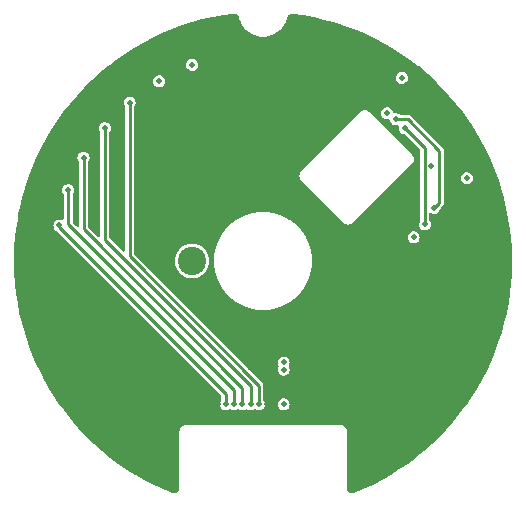
<source format=gbr>
%TF.GenerationSoftware,KiCad,Pcbnew,9.0.1*%
%TF.CreationDate,2025-04-26T02:16:23+02:00*%
%TF.ProjectId,view_screen,76696577-5f73-4637-9265-656e2e6b6963,0.1.0*%
%TF.SameCoordinates,Original*%
%TF.FileFunction,Copper,L1,Top*%
%TF.FilePolarity,Positive*%
%FSLAX46Y46*%
G04 Gerber Fmt 4.6, Leading zero omitted, Abs format (unit mm)*
G04 Created by KiCad (PCBNEW 9.0.1) date 2025-04-26 02:16:23*
%MOMM*%
%LPD*%
G01*
G04 APERTURE LIST*
%TA.AperFunction,ComponentPad*%
%ADD10C,2.400000*%
%TD*%
%TA.AperFunction,ViaPad*%
%ADD11C,0.500000*%
%TD*%
%TA.AperFunction,Conductor*%
%ADD12C,0.250000*%
%TD*%
G04 APERTURE END LIST*
D10*
%TO.P,H1,1,1*%
%TO.N,unconnected-(H1-Pad1)*%
X94000000Y-100000000D03*
%TD*%
D11*
%TO.N,GND*%
X111400000Y-114900000D03*
X109250000Y-86250000D03*
X116059510Y-110512936D03*
X115400000Y-104900000D03*
X101050000Y-112150000D03*
X109750000Y-86750000D03*
X96900000Y-82700000D03*
X96150000Y-112150000D03*
X100350000Y-112150000D03*
X104400000Y-110900000D03*
X110100000Y-115800000D03*
%TO.N,/VDD*%
X101750000Y-112150000D03*
X101750000Y-109200000D03*
X94000000Y-83400000D03*
X111750000Y-84500000D03*
X101750000Y-108600000D03*
%TO.N,/DC*%
X99650000Y-112150000D03*
X88700000Y-86600000D03*
%TO.N,/BACKLIGHT_EN*%
X114250000Y-92000000D03*
X117250000Y-93000000D03*
X91200000Y-84800000D03*
%TO.N,/nRESET*%
X96850000Y-112150000D03*
X112750000Y-98000000D03*
X110500000Y-87500000D03*
X82750000Y-97000000D03*
%TO.N,/MOSI*%
X113700000Y-96900000D03*
X112000000Y-88750000D03*
X97550000Y-112150000D03*
X83500000Y-94000000D03*
%TO.N,/SCK*%
X84800000Y-91250000D03*
X114500000Y-95500000D03*
X98250000Y-112150000D03*
X111250000Y-88000000D03*
%TO.N,/nCS*%
X86600000Y-88750000D03*
X98950000Y-112150000D03*
%TD*%
D12*
%TO.N,/DC*%
X88700000Y-99600000D02*
X99650000Y-110550000D01*
X99650000Y-110550000D02*
X99650000Y-112150000D01*
X88700000Y-86600000D02*
X88700000Y-99600000D01*
%TO.N,/nRESET*%
X82750000Y-97150000D02*
X82750000Y-97000000D01*
X96850000Y-112150000D02*
X96850000Y-111250000D01*
X96850000Y-111250000D02*
X82750000Y-97150000D01*
%TO.N,/MOSI*%
X113675000Y-90425000D02*
X113675000Y-96875000D01*
X113675000Y-96875000D02*
X113700000Y-96900000D01*
X97550000Y-110950000D02*
X97550000Y-112150000D01*
X112000000Y-88750000D02*
X113675000Y-90425000D01*
X113700000Y-96900000D02*
X113675000Y-96925000D01*
X83500000Y-94000000D02*
X83500000Y-96900000D01*
X83500000Y-96900000D02*
X97550000Y-110950000D01*
%TO.N,/SCK*%
X84800000Y-91250000D02*
X84800000Y-97300000D01*
X112250000Y-88000000D02*
X114925000Y-90675000D01*
X114925000Y-90675000D02*
X114925000Y-95075000D01*
X111250000Y-88000000D02*
X112250000Y-88000000D01*
X98250000Y-110750000D02*
X98250000Y-112150000D01*
X114925000Y-95075000D02*
X114500000Y-95500000D01*
X84800000Y-97300000D02*
X98250000Y-110750000D01*
%TO.N,/nCS*%
X98950000Y-112150000D02*
X98950000Y-110550000D01*
X86600000Y-98200000D02*
X86600000Y-88750000D01*
X98950000Y-110550000D02*
X86600000Y-98200000D01*
%TD*%
%TA.AperFunction,Conductor*%
%TO.N,GND*%
G36*
X97628280Y-79065669D02*
G01*
X97650475Y-79071299D01*
X97697257Y-79083166D01*
X97727451Y-79095147D01*
X97728597Y-79095783D01*
X97789662Y-79129701D01*
X97815792Y-79149007D01*
X97867093Y-79198314D01*
X97887420Y-79223661D01*
X97924410Y-79284452D01*
X97937580Y-79314154D01*
X97960251Y-79390671D01*
X97963856Y-79406538D01*
X97966759Y-79424667D01*
X97967470Y-79426256D01*
X97974915Y-79448070D01*
X97996559Y-79537555D01*
X97996563Y-79537569D01*
X97997551Y-79541652D01*
X97999072Y-79545567D01*
X97999073Y-79545568D01*
X98097376Y-79798496D01*
X98097380Y-79798505D01*
X98098896Y-79802405D01*
X98100916Y-79806070D01*
X98100920Y-79806078D01*
X98231921Y-80043730D01*
X98233946Y-80047403D01*
X98400314Y-80272314D01*
X98403225Y-80275316D01*
X98403230Y-80275322D01*
X98500090Y-80375216D01*
X98595056Y-80473158D01*
X98814728Y-80646383D01*
X99055445Y-80788926D01*
X99312948Y-80898265D01*
X99582684Y-80972465D01*
X99859880Y-81010216D01*
X100139635Y-81010848D01*
X100416999Y-80974351D01*
X100687067Y-80901370D01*
X100945061Y-80793196D01*
X101186420Y-80651743D01*
X101406873Y-80479512D01*
X101602521Y-80279550D01*
X101769903Y-80055393D01*
X101906059Y-79811008D01*
X102008581Y-79550715D01*
X102032449Y-79453946D01*
X102039435Y-79433629D01*
X102039489Y-79433290D01*
X102039491Y-79433288D01*
X102042258Y-79415998D01*
X102044347Y-79405719D01*
X102045210Y-79402225D01*
X102046725Y-79396646D01*
X102068618Y-79322751D01*
X102081782Y-79293060D01*
X102118784Y-79232250D01*
X102139102Y-79206914D01*
X102190420Y-79157593D01*
X102216550Y-79138290D01*
X102278765Y-79103737D01*
X102308963Y-79091757D01*
X102377958Y-79074259D01*
X102410209Y-79070402D01*
X102489875Y-79071218D01*
X102506095Y-79072434D01*
X102524428Y-79075010D01*
X102524428Y-79075009D01*
X102542632Y-79077567D01*
X102542630Y-79077575D01*
X102542693Y-79077574D01*
X103388974Y-79196857D01*
X103394201Y-79197709D01*
X104274533Y-79360402D01*
X104279767Y-79361485D01*
X105152318Y-79561619D01*
X105157525Y-79562931D01*
X106020742Y-79800149D01*
X106025856Y-79801673D01*
X106557765Y-79972591D01*
X106878122Y-80075531D01*
X106883210Y-80077286D01*
X107723065Y-80387313D01*
X107728007Y-80389259D01*
X108553814Y-80734853D01*
X108558701Y-80737021D01*
X108898548Y-80896628D01*
X109369010Y-81117577D01*
X109373832Y-81119969D01*
X109711467Y-81296512D01*
X110167117Y-81534765D01*
X110171808Y-81537346D01*
X110530589Y-81744923D01*
X110946663Y-81985648D01*
X110951263Y-81988442D01*
X111706268Y-82469427D01*
X111710745Y-82472416D01*
X112444486Y-82985184D01*
X112448831Y-82988360D01*
X112799481Y-83256404D01*
X113160035Y-83532018D01*
X113164240Y-83535377D01*
X113851570Y-84108908D01*
X113855628Y-84112444D01*
X113968358Y-84214986D01*
X114517850Y-84714817D01*
X114521725Y-84718497D01*
X114748889Y-84943593D01*
X115157602Y-85348587D01*
X115161344Y-85352456D01*
X115769755Y-86009152D01*
X115773327Y-86013178D01*
X116353093Y-86695206D01*
X116356491Y-86699380D01*
X116904567Y-87402936D01*
X116906635Y-87405590D01*
X116909847Y-87409901D01*
X117427740Y-88136733D01*
X117429314Y-88138941D01*
X117432337Y-88143381D01*
X117518251Y-88275558D01*
X117920203Y-88893954D01*
X117923039Y-88898528D01*
X118378396Y-89669235D01*
X118381035Y-89673927D01*
X118792811Y-90444203D01*
X118803075Y-90463402D01*
X118805506Y-90468195D01*
X118857952Y-90577263D01*
X119193426Y-91274934D01*
X119195655Y-91279833D01*
X119548785Y-92102442D01*
X119550802Y-92107432D01*
X119868472Y-92944358D01*
X119870274Y-92949430D01*
X119940914Y-93162557D01*
X120054249Y-93504500D01*
X120151909Y-93799147D01*
X120153493Y-93804291D01*
X120398588Y-94665288D01*
X120399950Y-94670495D01*
X120608044Y-95541139D01*
X120609183Y-95546399D01*
X120779904Y-96425137D01*
X120780818Y-96430441D01*
X120913893Y-97315919D01*
X120914541Y-97320904D01*
X120997957Y-98081251D01*
X120998375Y-98085832D01*
X121054003Y-98849014D01*
X121054253Y-98853607D01*
X121081985Y-99618276D01*
X121082068Y-99622876D01*
X121081869Y-100388072D01*
X121081784Y-100392671D01*
X121053654Y-101157353D01*
X121053401Y-101161946D01*
X120997376Y-101925100D01*
X120996955Y-101929681D01*
X120912974Y-102691516D01*
X120907307Y-102735694D01*
X120907229Y-102735684D01*
X120907197Y-102740040D01*
X120786391Y-103548189D01*
X120785519Y-103553300D01*
X120623049Y-104400194D01*
X120621968Y-104405265D01*
X120424787Y-105244780D01*
X120423498Y-105249802D01*
X120191946Y-106080495D01*
X120190451Y-106085460D01*
X119924928Y-106905894D01*
X119923231Y-106910793D01*
X119624165Y-107719648D01*
X119622267Y-107724473D01*
X119290185Y-108520319D01*
X119288090Y-108525062D01*
X118923550Y-109306564D01*
X118921262Y-109311217D01*
X118524871Y-110077077D01*
X118522393Y-110081632D01*
X118094844Y-110830505D01*
X118092182Y-110834954D01*
X117634155Y-111565654D01*
X117631311Y-111569989D01*
X117143646Y-112281174D01*
X117140627Y-112285389D01*
X116624083Y-112975953D01*
X116620892Y-112980040D01*
X116076403Y-113648730D01*
X116073047Y-113652683D01*
X115501498Y-114298420D01*
X115497983Y-114302231D01*
X114900332Y-114923926D01*
X114896662Y-114927589D01*
X114273965Y-115524145D01*
X114270148Y-115527654D01*
X113623428Y-116098093D01*
X113619470Y-116101442D01*
X112949816Y-116644802D01*
X112945723Y-116647985D01*
X112254316Y-117163308D01*
X112250096Y-117166321D01*
X111538040Y-117652785D01*
X111533700Y-117655621D01*
X110802232Y-118112379D01*
X110797778Y-118115034D01*
X110048162Y-118541298D01*
X110043603Y-118543768D01*
X109277072Y-118938837D01*
X109272416Y-118941117D01*
X108490259Y-119304325D01*
X108485512Y-119306411D01*
X107722356Y-119623312D01*
X107706156Y-119628210D01*
X107687524Y-119637338D01*
X107678001Y-119641524D01*
X107677546Y-119641702D01*
X107670172Y-119644326D01*
X107587774Y-119670791D01*
X107551926Y-119676798D01*
X107474370Y-119678450D01*
X107438297Y-119673974D01*
X107363486Y-119653414D01*
X107330194Y-119638828D01*
X107286406Y-119611516D01*
X107264369Y-119597770D01*
X107236628Y-119574288D01*
X107185263Y-119516149D01*
X107165377Y-119485723D01*
X107132744Y-119415337D01*
X107122372Y-119380501D01*
X107109877Y-119294720D01*
X107108561Y-119276543D01*
X107108564Y-119242312D01*
X107108522Y-119241997D01*
X107104448Y-114510085D01*
X107104447Y-114489780D01*
X107104443Y-114437881D01*
X107074323Y-114305961D01*
X107074322Y-114305958D01*
X107015607Y-114184051D01*
X106931237Y-114078258D01*
X106825441Y-113993888D01*
X106703531Y-113935174D01*
X106571611Y-113905055D01*
X106540306Y-113905053D01*
X106540297Y-113905051D01*
X106503938Y-113905050D01*
X106461524Y-113905048D01*
X106461508Y-113905050D01*
X93529345Y-113905050D01*
X93503958Y-113905048D01*
X93436295Y-113905043D01*
X93304357Y-113935147D01*
X93182431Y-113993858D01*
X93076629Y-114078231D01*
X92992256Y-114184032D01*
X92933545Y-114305963D01*
X92903442Y-114437897D01*
X92903444Y-114470696D01*
X92903398Y-114471003D01*
X92903425Y-114489780D01*
X92903447Y-114505499D01*
X92903448Y-114505560D01*
X92903451Y-114532489D01*
X92903455Y-114532497D01*
X92903453Y-114548538D01*
X92903511Y-114548979D01*
X92910427Y-119276349D01*
X92909113Y-119294679D01*
X92896211Y-119383330D01*
X92885855Y-119418142D01*
X92852040Y-119491144D01*
X92832185Y-119521556D01*
X92778950Y-119581882D01*
X92751246Y-119605366D01*
X92683020Y-119647999D01*
X92649768Y-119662605D01*
X92608571Y-119673974D01*
X92572213Y-119684007D01*
X92536176Y-119688522D01*
X92455740Y-119686913D01*
X92419911Y-119680960D01*
X92334262Y-119653594D01*
X92317367Y-119646816D01*
X92298519Y-119637621D01*
X92282639Y-119632834D01*
X92275411Y-119629833D01*
X91925861Y-119484697D01*
X91519050Y-119315786D01*
X91514303Y-119313699D01*
X91189666Y-119162961D01*
X90731705Y-118950318D01*
X90727079Y-118948053D01*
X90257713Y-118706161D01*
X89960076Y-118552771D01*
X89955517Y-118550301D01*
X89205466Y-118123816D01*
X89201012Y-118121161D01*
X88469130Y-117664168D01*
X88464789Y-117661332D01*
X87752308Y-117174596D01*
X87748115Y-117171603D01*
X87056284Y-116655980D01*
X87052191Y-116652797D01*
X86382150Y-116109135D01*
X86378192Y-116105785D01*
X85731104Y-115535030D01*
X85727286Y-115531521D01*
X85723250Y-115527654D01*
X85104210Y-114934605D01*
X85100588Y-114930990D01*
X84502576Y-114308919D01*
X84499060Y-114305107D01*
X84370234Y-114159558D01*
X83927179Y-113658989D01*
X83923834Y-113655049D01*
X83921907Y-113652683D01*
X83379033Y-112985962D01*
X83375852Y-112981888D01*
X83371413Y-112975953D01*
X82859005Y-112290900D01*
X82856005Y-112286711D01*
X82852208Y-112281174D01*
X82663803Y-112006404D01*
X82368060Y-111575093D01*
X82365216Y-111570757D01*
X81906970Y-110839675D01*
X81904307Y-110835226D01*
X81613841Y-110326432D01*
X81476519Y-110085893D01*
X81474046Y-110081346D01*
X81257860Y-109663629D01*
X81077452Y-109315041D01*
X81075164Y-109310388D01*
X80710429Y-108528403D01*
X80708335Y-108523659D01*
X80376101Y-107727372D01*
X80374213Y-107722574D01*
X80074990Y-106913197D01*
X80073320Y-106908375D01*
X79807666Y-106087414D01*
X79806171Y-106082448D01*
X79574529Y-105251281D01*
X79573241Y-105246259D01*
X79375990Y-104406254D01*
X79374913Y-104401210D01*
X79212384Y-103553751D01*
X79211523Y-103548698D01*
X79090691Y-102740069D01*
X79090661Y-102735712D01*
X79090587Y-102735722D01*
X79085027Y-102692544D01*
X79084641Y-102689046D01*
X79004162Y-101958891D01*
X79000940Y-101929657D01*
X79000520Y-101925080D01*
X78975728Y-101587335D01*
X78944500Y-101161921D01*
X78944249Y-101157354D01*
X78931498Y-100810699D01*
X78916121Y-100392650D01*
X78916037Y-100388073D01*
X78915937Y-100003094D01*
X78915838Y-99622842D01*
X78915920Y-99618310D01*
X78943650Y-98853602D01*
X78943900Y-98849014D01*
X78949063Y-98778169D01*
X78999526Y-98085774D01*
X78999940Y-98081251D01*
X79083358Y-97320807D01*
X79083996Y-97315902D01*
X79131452Y-97000000D01*
X82240311Y-97000000D01*
X82260957Y-97143593D01*
X82260957Y-97143594D01*
X82260958Y-97143596D01*
X82321222Y-97275557D01*
X82321223Y-97275558D01*
X82416224Y-97385196D01*
X82495159Y-97435924D01*
X82516133Y-97452827D01*
X96433595Y-111370289D01*
X96467621Y-111432601D01*
X96470500Y-111459384D01*
X96470500Y-111770577D01*
X96450498Y-111838698D01*
X96439726Y-111853088D01*
X96421223Y-111874441D01*
X96360957Y-112006406D01*
X96340311Y-112150000D01*
X96360957Y-112293593D01*
X96421223Y-112425558D01*
X96516226Y-112535197D01*
X96536996Y-112548545D01*
X96638268Y-112613629D01*
X96719602Y-112637510D01*
X96777463Y-112654500D01*
X96777464Y-112654500D01*
X96922537Y-112654500D01*
X96992133Y-112634064D01*
X97061732Y-112613629D01*
X97131879Y-112568547D01*
X97199999Y-112548545D01*
X97268116Y-112568544D01*
X97338266Y-112613628D01*
X97338268Y-112613629D01*
X97477463Y-112654500D01*
X97477464Y-112654500D01*
X97622537Y-112654500D01*
X97692133Y-112634064D01*
X97761732Y-112613629D01*
X97831879Y-112568547D01*
X97899999Y-112548545D01*
X97968116Y-112568544D01*
X98038266Y-112613628D01*
X98038268Y-112613629D01*
X98177463Y-112654500D01*
X98177464Y-112654500D01*
X98322537Y-112654500D01*
X98392134Y-112634064D01*
X98461732Y-112613629D01*
X98531879Y-112568547D01*
X98599999Y-112548545D01*
X98668116Y-112568544D01*
X98738266Y-112613628D01*
X98738268Y-112613629D01*
X98877463Y-112654500D01*
X98877464Y-112654500D01*
X99022537Y-112654500D01*
X99092134Y-112634064D01*
X99161732Y-112613629D01*
X99231879Y-112568547D01*
X99299999Y-112548545D01*
X99368116Y-112568544D01*
X99438266Y-112613628D01*
X99438268Y-112613629D01*
X99577463Y-112654500D01*
X99577464Y-112654500D01*
X99722537Y-112654500D01*
X99763407Y-112642499D01*
X99861732Y-112613629D01*
X99983775Y-112535196D01*
X100078777Y-112425558D01*
X100139042Y-112293596D01*
X100159688Y-112150000D01*
X101240311Y-112150000D01*
X101260957Y-112293593D01*
X101321223Y-112425558D01*
X101416226Y-112535197D01*
X101436996Y-112548545D01*
X101538268Y-112613629D01*
X101619602Y-112637510D01*
X101677463Y-112654500D01*
X101677464Y-112654500D01*
X101822537Y-112654500D01*
X101863407Y-112642499D01*
X101961732Y-112613629D01*
X102083775Y-112535196D01*
X102178777Y-112425558D01*
X102239042Y-112293596D01*
X102259688Y-112150000D01*
X102239042Y-112006404D01*
X102178777Y-111874442D01*
X102083775Y-111764804D01*
X102083774Y-111764803D01*
X102083773Y-111764802D01*
X101961733Y-111686371D01*
X101822537Y-111645500D01*
X101822536Y-111645500D01*
X101677464Y-111645500D01*
X101677463Y-111645500D01*
X101538266Y-111686371D01*
X101416226Y-111764802D01*
X101321223Y-111874441D01*
X101260957Y-112006406D01*
X101240311Y-112150000D01*
X100159688Y-112150000D01*
X100139042Y-112006404D01*
X100078777Y-111874442D01*
X100060274Y-111853088D01*
X100030782Y-111788507D01*
X100029500Y-111770577D01*
X100029500Y-110602426D01*
X100032182Y-110576568D01*
X100034419Y-110565899D01*
X100030468Y-110534204D01*
X100029500Y-110518618D01*
X100029500Y-110518558D01*
X100029500Y-110518557D01*
X100026040Y-110497823D01*
X100025294Y-110492700D01*
X100017756Y-110432228D01*
X100017732Y-110432155D01*
X100013900Y-110425074D01*
X100013900Y-110425073D01*
X99988746Y-110378593D01*
X99986362Y-110373961D01*
X99959593Y-110319204D01*
X99959545Y-110319140D01*
X99953619Y-110313685D01*
X99953619Y-110313684D01*
X99914713Y-110277868D01*
X99910957Y-110274263D01*
X98836693Y-109199999D01*
X101240311Y-109199999D01*
X101260957Y-109343593D01*
X101321223Y-109475558D01*
X101416226Y-109585197D01*
X101538266Y-109663628D01*
X101538268Y-109663629D01*
X101619602Y-109687510D01*
X101677463Y-109704500D01*
X101677464Y-109704500D01*
X101822537Y-109704500D01*
X101863407Y-109692499D01*
X101961732Y-109663629D01*
X102083775Y-109585196D01*
X102178777Y-109475558D01*
X102239042Y-109343596D01*
X102259688Y-109200000D01*
X102239042Y-109056404D01*
X102191517Y-108952339D01*
X102181413Y-108882069D01*
X102191516Y-108847662D01*
X102239042Y-108743596D01*
X102259688Y-108600000D01*
X102239042Y-108456404D01*
X102178777Y-108324442D01*
X102083775Y-108214804D01*
X102083774Y-108214803D01*
X102083773Y-108214802D01*
X101961733Y-108136371D01*
X101822537Y-108095500D01*
X101822536Y-108095500D01*
X101677464Y-108095500D01*
X101677463Y-108095500D01*
X101538266Y-108136371D01*
X101416226Y-108214802D01*
X101321223Y-108324441D01*
X101260957Y-108456406D01*
X101240311Y-108600000D01*
X101260957Y-108743593D01*
X101308481Y-108847657D01*
X101318584Y-108917931D01*
X101308481Y-108952340D01*
X101260957Y-109056404D01*
X101240311Y-109199999D01*
X98836693Y-109199999D01*
X89636695Y-100000000D01*
X92540515Y-100000000D01*
X92560420Y-100240223D01*
X92560420Y-100240226D01*
X92560421Y-100240227D01*
X92619592Y-100473889D01*
X92716420Y-100694637D01*
X92716421Y-100694638D01*
X92848261Y-100896434D01*
X92848264Y-100896437D01*
X93011517Y-101073778D01*
X93201733Y-101221830D01*
X93201737Y-101221832D01*
X93413732Y-101336557D01*
X93641718Y-101414825D01*
X93879477Y-101454500D01*
X93879480Y-101454500D01*
X94120520Y-101454500D01*
X94120523Y-101454500D01*
X94358282Y-101414825D01*
X94586268Y-101336557D01*
X94798263Y-101221832D01*
X94814515Y-101209183D01*
X94988482Y-101073778D01*
X95151739Y-100896434D01*
X95283579Y-100694638D01*
X95380406Y-100473894D01*
X95439580Y-100240223D01*
X95459485Y-100000000D01*
X95844495Y-100000000D01*
X95864505Y-100407311D01*
X95864956Y-100410352D01*
X95864958Y-100410371D01*
X95923887Y-100807632D01*
X95924342Y-100810699D01*
X95925094Y-100813701D01*
X96022679Y-101203284D01*
X96022683Y-101203298D01*
X96023430Y-101206279D01*
X96024468Y-101209181D01*
X96024469Y-101209183D01*
X96159773Y-101587335D01*
X96159776Y-101587343D01*
X96160814Y-101590243D01*
X96162133Y-101593033D01*
X96162134Y-101593034D01*
X96321356Y-101929681D01*
X96335172Y-101958891D01*
X96544824Y-102308675D01*
X96787751Y-102636224D01*
X97061614Y-102938386D01*
X97363776Y-103212249D01*
X97691325Y-103455176D01*
X98041109Y-103664828D01*
X98409757Y-103839186D01*
X98793721Y-103976570D01*
X99189301Y-104075658D01*
X99592689Y-104135495D01*
X100000000Y-104155505D01*
X100407311Y-104135495D01*
X100810699Y-104075658D01*
X101206279Y-103976570D01*
X101590243Y-103839186D01*
X101958891Y-103664828D01*
X102308675Y-103455176D01*
X102636224Y-103212249D01*
X102938386Y-102938386D01*
X103212249Y-102636224D01*
X103455176Y-102308675D01*
X103664828Y-101958891D01*
X103839186Y-101590243D01*
X103976570Y-101206279D01*
X104075658Y-100810699D01*
X104135495Y-100407311D01*
X104155505Y-100000000D01*
X104135495Y-99592689D01*
X104075658Y-99189301D01*
X103976570Y-98793721D01*
X103839186Y-98409757D01*
X103664828Y-98041109D01*
X103640188Y-97999999D01*
X112240311Y-97999999D01*
X112260957Y-98143593D01*
X112260957Y-98143594D01*
X112260958Y-98143596D01*
X112321222Y-98275557D01*
X112321223Y-98275558D01*
X112416226Y-98385197D01*
X112538266Y-98463628D01*
X112538268Y-98463629D01*
X112619602Y-98487510D01*
X112677463Y-98504500D01*
X112677464Y-98504500D01*
X112822537Y-98504500D01*
X112863408Y-98492499D01*
X112961732Y-98463629D01*
X113083775Y-98385196D01*
X113178777Y-98275558D01*
X113239042Y-98143596D01*
X113259688Y-98000000D01*
X113258858Y-97994230D01*
X113239042Y-97856406D01*
X113239042Y-97856404D01*
X113178777Y-97724442D01*
X113083775Y-97614804D01*
X113083774Y-97614803D01*
X113083773Y-97614802D01*
X112961733Y-97536371D01*
X112822537Y-97495500D01*
X112822536Y-97495500D01*
X112677464Y-97495500D01*
X112677463Y-97495500D01*
X112538266Y-97536371D01*
X112416226Y-97614802D01*
X112321223Y-97724441D01*
X112260957Y-97856406D01*
X112240311Y-97999999D01*
X103640188Y-97999999D01*
X103455176Y-97691325D01*
X103212249Y-97363776D01*
X102938386Y-97061614D01*
X102636224Y-96787751D01*
X102308675Y-96544824D01*
X102226383Y-96495500D01*
X101961531Y-96336754D01*
X101961525Y-96336751D01*
X101958891Y-96335172D01*
X101590243Y-96160814D01*
X101587343Y-96159776D01*
X101587335Y-96159773D01*
X101209183Y-96024469D01*
X101209181Y-96024468D01*
X101206279Y-96023430D01*
X101203298Y-96022683D01*
X101203284Y-96022679D01*
X100813701Y-95925094D01*
X100810699Y-95924342D01*
X100777572Y-95919428D01*
X100410371Y-95864958D01*
X100410352Y-95864956D01*
X100407311Y-95864505D01*
X100404225Y-95864353D01*
X100404221Y-95864353D01*
X100003094Y-95844647D01*
X100000000Y-95844495D01*
X99996906Y-95844647D01*
X99595778Y-95864353D01*
X99595772Y-95864353D01*
X99592689Y-95864505D01*
X99589649Y-95864955D01*
X99589628Y-95864958D01*
X99192367Y-95923887D01*
X99192363Y-95923887D01*
X99189301Y-95924342D01*
X99186302Y-95925093D01*
X99186298Y-95925094D01*
X98796715Y-96022679D01*
X98796695Y-96022684D01*
X98793721Y-96023430D01*
X98790823Y-96024466D01*
X98790816Y-96024469D01*
X98412664Y-96159773D01*
X98412648Y-96159779D01*
X98409757Y-96160814D01*
X98406973Y-96162130D01*
X98406965Y-96162134D01*
X98043890Y-96333856D01*
X98043878Y-96333861D01*
X98041109Y-96335172D01*
X98038482Y-96336746D01*
X98038468Y-96336754D01*
X97693975Y-96543235D01*
X97693965Y-96543241D01*
X97691325Y-96544824D01*
X97688849Y-96546660D01*
X97688839Y-96546667D01*
X97366266Y-96785904D01*
X97363776Y-96787751D01*
X97361489Y-96789823D01*
X97361479Y-96789832D01*
X97063898Y-97059543D01*
X97063888Y-97059552D01*
X97061614Y-97061614D01*
X97059552Y-97063888D01*
X97059543Y-97063898D01*
X96789832Y-97361479D01*
X96789823Y-97361489D01*
X96787751Y-97363776D01*
X96785907Y-97366262D01*
X96785904Y-97366266D01*
X96546667Y-97688839D01*
X96546660Y-97688849D01*
X96544824Y-97691325D01*
X96543241Y-97693965D01*
X96543235Y-97693975D01*
X96336754Y-98038468D01*
X96336746Y-98038482D01*
X96335172Y-98041109D01*
X96333861Y-98043878D01*
X96333856Y-98043890D01*
X96162134Y-98406965D01*
X96162130Y-98406973D01*
X96160814Y-98409757D01*
X96159779Y-98412648D01*
X96159773Y-98412664D01*
X96024469Y-98790816D01*
X96023430Y-98793721D01*
X96022684Y-98796695D01*
X96022679Y-98796715D01*
X95927964Y-99174840D01*
X95924342Y-99189301D01*
X95923887Y-99192363D01*
X95923887Y-99192367D01*
X95864958Y-99589628D01*
X95864955Y-99589649D01*
X95864505Y-99592689D01*
X95864353Y-99595772D01*
X95864353Y-99595778D01*
X95863022Y-99622875D01*
X95844495Y-100000000D01*
X95459485Y-100000000D01*
X95439580Y-99759777D01*
X95380406Y-99526106D01*
X95283579Y-99305362D01*
X95151739Y-99103566D01*
X95109846Y-99058058D01*
X94988482Y-98926221D01*
X94798266Y-98778169D01*
X94586267Y-98663442D01*
X94358284Y-98585175D01*
X94263178Y-98569305D01*
X94120523Y-98545500D01*
X93879477Y-98545500D01*
X93760597Y-98565337D01*
X93641715Y-98585175D01*
X93413732Y-98663442D01*
X93201733Y-98778169D01*
X93011517Y-98926221D01*
X92848264Y-99103562D01*
X92716420Y-99305362D01*
X92619592Y-99526110D01*
X92595088Y-99622876D01*
X92560420Y-99759777D01*
X92540515Y-100000000D01*
X89636695Y-100000000D01*
X89116405Y-99479710D01*
X89082379Y-99417398D01*
X89079500Y-99390615D01*
X89079500Y-92785790D01*
X103074395Y-92785790D01*
X103089542Y-92920251D01*
X103089542Y-92920253D01*
X103089543Y-92920254D01*
X103134231Y-93047979D01*
X103150973Y-93074626D01*
X103206219Y-93162557D01*
X103254058Y-93210401D01*
X103290818Y-93247162D01*
X103290824Y-93247166D01*
X106815303Y-96771646D01*
X106815309Y-96771649D01*
X106837440Y-96793780D01*
X106952018Y-96865775D01*
X107079745Y-96910468D01*
X107214214Y-96925619D01*
X107348683Y-96910468D01*
X107476409Y-96865775D01*
X107590988Y-96793781D01*
X107590990Y-96793778D01*
X107590996Y-96793775D01*
X107638831Y-96745938D01*
X107638831Y-96745939D01*
X107657872Y-96726897D01*
X107657872Y-96726896D01*
X107675593Y-96709175D01*
X112551646Y-91833121D01*
X112551762Y-91833058D01*
X112588603Y-91796217D01*
X112588604Y-91796218D01*
X112636450Y-91748374D01*
X112708449Y-91633788D01*
X112753143Y-91506054D01*
X112768291Y-91371576D01*
X112753133Y-91237100D01*
X112708429Y-91109369D01*
X112708428Y-91109366D01*
X112636422Y-90994791D01*
X112593887Y-90952264D01*
X109141624Y-87500000D01*
X109990311Y-87500000D01*
X110010957Y-87643593D01*
X110010957Y-87643594D01*
X110010958Y-87643596D01*
X110058886Y-87748544D01*
X110071223Y-87775558D01*
X110166226Y-87885197D01*
X110213408Y-87915519D01*
X110288268Y-87963629D01*
X110369602Y-87987510D01*
X110427463Y-88004500D01*
X110427464Y-88004500D01*
X110572535Y-88004500D01*
X110572536Y-88004500D01*
X110594615Y-87998017D01*
X110665611Y-87998017D01*
X110725337Y-88036400D01*
X110754830Y-88100980D01*
X110760957Y-88143593D01*
X110760957Y-88143594D01*
X110760958Y-88143596D01*
X110821223Y-88275558D01*
X110911289Y-88379500D01*
X110916226Y-88385197D01*
X111038266Y-88463628D01*
X111038268Y-88463629D01*
X111119602Y-88487510D01*
X111177463Y-88504500D01*
X111177464Y-88504500D01*
X111322534Y-88504500D01*
X111322536Y-88504500D01*
X111346444Y-88497480D01*
X111417438Y-88497480D01*
X111477165Y-88535863D01*
X111506658Y-88600443D01*
X111506658Y-88636308D01*
X111490311Y-88749999D01*
X111510957Y-88893593D01*
X111510957Y-88893594D01*
X111510958Y-88893596D01*
X111571223Y-89025558D01*
X111620499Y-89082426D01*
X111666226Y-89135197D01*
X111788266Y-89213628D01*
X111788268Y-89213629D01*
X111883851Y-89241694D01*
X111944846Y-89259604D01*
X111943905Y-89262806D01*
X111983737Y-89274502D01*
X112004711Y-89291405D01*
X113258595Y-90545289D01*
X113292621Y-90607601D01*
X113295500Y-90634384D01*
X113295499Y-96549430D01*
X113278363Y-96607788D01*
X113278749Y-96607964D01*
X113277525Y-96610644D01*
X113275497Y-96617551D01*
X113272608Y-96621410D01*
X113271223Y-96624441D01*
X113271223Y-96624442D01*
X113251652Y-96667296D01*
X113210957Y-96756406D01*
X113190311Y-96899999D01*
X113210957Y-97043593D01*
X113210957Y-97043594D01*
X113210958Y-97043596D01*
X113271223Y-97175558D01*
X113349624Y-97266038D01*
X113366226Y-97285197D01*
X113488266Y-97363628D01*
X113488268Y-97363629D01*
X113561720Y-97385196D01*
X113627463Y-97404500D01*
X113627464Y-97404500D01*
X113772537Y-97404500D01*
X113838280Y-97385196D01*
X113911732Y-97363629D01*
X114033775Y-97285196D01*
X114128777Y-97175558D01*
X114189042Y-97043596D01*
X114209688Y-96900000D01*
X114189042Y-96756404D01*
X114128777Y-96624442D01*
X114128775Y-96624440D01*
X114128775Y-96624439D01*
X114085275Y-96574236D01*
X114055782Y-96509655D01*
X114054500Y-96491725D01*
X114054500Y-96044146D01*
X114074502Y-95976025D01*
X114128158Y-95929532D01*
X114198432Y-95919428D01*
X114248618Y-95938147D01*
X114288268Y-95963628D01*
X114288268Y-95963629D01*
X114427463Y-96004500D01*
X114427464Y-96004500D01*
X114572537Y-96004500D01*
X114613408Y-95992499D01*
X114711732Y-95963629D01*
X114833775Y-95885196D01*
X114928777Y-95775558D01*
X114989042Y-95643596D01*
X114999185Y-95573045D01*
X115028677Y-95508468D01*
X115034793Y-95501899D01*
X115156276Y-95380416D01*
X115176457Y-95364029D01*
X115185582Y-95358068D01*
X115205202Y-95332858D01*
X115215553Y-95321141D01*
X115215553Y-95321140D01*
X115215581Y-95321113D01*
X115227811Y-95303982D01*
X115230871Y-95299879D01*
X115263375Y-95258119D01*
X115263376Y-95258114D01*
X115268327Y-95251754D01*
X115268351Y-95251709D01*
X115270651Y-95243981D01*
X115270653Y-95243979D01*
X115285750Y-95193265D01*
X115287305Y-95188409D01*
X115304500Y-95138327D01*
X115304499Y-95138324D01*
X115307119Y-95130696D01*
X115307125Y-95130654D01*
X115304608Y-95069775D01*
X115304500Y-95064569D01*
X115304500Y-92999999D01*
X116740311Y-92999999D01*
X116760957Y-93143593D01*
X116760957Y-93143594D01*
X116760958Y-93143596D01*
X116791467Y-93210401D01*
X116821223Y-93275558D01*
X116916226Y-93385197D01*
X116982570Y-93427834D01*
X117038268Y-93463629D01*
X117119602Y-93487510D01*
X117177463Y-93504500D01*
X117177464Y-93504500D01*
X117322537Y-93504500D01*
X117363408Y-93492499D01*
X117461732Y-93463629D01*
X117583775Y-93385196D01*
X117678777Y-93275558D01*
X117739042Y-93143596D01*
X117759688Y-93000000D01*
X117739042Y-92856404D01*
X117678777Y-92724442D01*
X117583775Y-92614804D01*
X117583774Y-92614803D01*
X117583773Y-92614802D01*
X117461733Y-92536371D01*
X117322537Y-92495500D01*
X117322536Y-92495500D01*
X117177464Y-92495500D01*
X117177463Y-92495500D01*
X117038266Y-92536371D01*
X116916226Y-92614802D01*
X116821223Y-92724441D01*
X116760957Y-92856406D01*
X116740311Y-92999999D01*
X115304500Y-92999999D01*
X115304500Y-90727421D01*
X115307182Y-90701563D01*
X115309418Y-90690898D01*
X115305468Y-90659209D01*
X115304500Y-90643624D01*
X115304500Y-90643554D01*
X115301044Y-90622851D01*
X115300296Y-90617727D01*
X115293752Y-90565217D01*
X115293751Y-90565215D01*
X115292756Y-90557230D01*
X115292730Y-90557150D01*
X115263734Y-90503568D01*
X115261351Y-90498939D01*
X115234592Y-90444203D01*
X115234545Y-90444140D01*
X115228619Y-90438685D01*
X115228619Y-90438684D01*
X115189713Y-90402868D01*
X115185957Y-90399263D01*
X112555418Y-87768724D01*
X112539030Y-87748544D01*
X112533067Y-87739417D01*
X112507855Y-87719793D01*
X112496153Y-87709458D01*
X112496117Y-87709422D01*
X112479032Y-87697223D01*
X112474863Y-87694114D01*
X112449981Y-87674749D01*
X112433119Y-87661625D01*
X112433117Y-87661624D01*
X112426767Y-87656682D01*
X112426692Y-87656643D01*
X112368311Y-87639262D01*
X112363353Y-87637673D01*
X112305722Y-87617888D01*
X112305630Y-87617875D01*
X112244786Y-87620392D01*
X112239579Y-87620500D01*
X111629635Y-87620500D01*
X111561515Y-87600498D01*
X111498983Y-87560311D01*
X111461731Y-87536370D01*
X111322537Y-87495500D01*
X111322536Y-87495500D01*
X111177464Y-87495500D01*
X111177462Y-87495500D01*
X111155381Y-87501983D01*
X111084385Y-87501981D01*
X111024659Y-87463596D01*
X110995169Y-87399021D01*
X110989042Y-87356404D01*
X110928777Y-87224442D01*
X110833775Y-87114804D01*
X110833774Y-87114803D01*
X110833773Y-87114802D01*
X110711733Y-87036371D01*
X110572537Y-86995500D01*
X110572536Y-86995500D01*
X110427464Y-86995500D01*
X110427463Y-86995500D01*
X110288266Y-87036371D01*
X110166226Y-87114802D01*
X110071223Y-87224441D01*
X110010957Y-87356406D01*
X109990311Y-87500000D01*
X109141624Y-87500000D01*
X109053045Y-87411421D01*
X109005201Y-87363577D01*
X108890625Y-87291584D01*
X108805472Y-87261788D01*
X108762897Y-87246891D01*
X108628428Y-87231740D01*
X108628427Y-87231740D01*
X108493955Y-87246891D01*
X108366232Y-87291583D01*
X108251651Y-87363579D01*
X108215066Y-87400166D01*
X103255380Y-92359849D01*
X103254063Y-92361166D01*
X103229377Y-92385854D01*
X103229306Y-92385950D01*
X103206233Y-92409023D01*
X103134241Y-92523600D01*
X103089548Y-92651322D01*
X103074395Y-92785790D01*
X89079500Y-92785790D01*
X89079500Y-86979422D01*
X89099502Y-86911301D01*
X89110277Y-86896908D01*
X89112029Y-86894885D01*
X89128777Y-86875558D01*
X89189042Y-86743596D01*
X89209688Y-86600000D01*
X89189042Y-86456404D01*
X89128777Y-86324442D01*
X89033775Y-86214804D01*
X89033774Y-86214803D01*
X89033773Y-86214802D01*
X88911733Y-86136371D01*
X88772537Y-86095500D01*
X88772536Y-86095500D01*
X88627464Y-86095500D01*
X88627463Y-86095500D01*
X88488266Y-86136371D01*
X88366226Y-86214802D01*
X88271223Y-86324441D01*
X88210957Y-86456406D01*
X88190311Y-86599999D01*
X88210957Y-86743593D01*
X88271223Y-86875558D01*
X88289723Y-86896908D01*
X88319217Y-86961488D01*
X88320500Y-86979422D01*
X88320500Y-99079616D01*
X88300498Y-99147737D01*
X88246842Y-99194230D01*
X88176568Y-99204334D01*
X88111988Y-99174840D01*
X88105405Y-99168711D01*
X87016405Y-98079711D01*
X86982379Y-98017399D01*
X86979500Y-97990616D01*
X86979500Y-89129422D01*
X86999502Y-89061301D01*
X87010277Y-89046908D01*
X87012029Y-89044885D01*
X87028777Y-89025558D01*
X87089042Y-88893596D01*
X87109688Y-88750000D01*
X87089042Y-88606404D01*
X87028777Y-88474442D01*
X86933775Y-88364804D01*
X86933774Y-88364803D01*
X86933773Y-88364802D01*
X86811733Y-88286371D01*
X86672537Y-88245500D01*
X86672536Y-88245500D01*
X86527464Y-88245500D01*
X86527463Y-88245500D01*
X86388266Y-88286371D01*
X86266226Y-88364802D01*
X86171223Y-88474441D01*
X86110957Y-88606406D01*
X86090311Y-88750000D01*
X86110957Y-88893593D01*
X86110957Y-88893594D01*
X86110958Y-88893596D01*
X86171222Y-89025558D01*
X86171223Y-89025558D01*
X86189723Y-89046908D01*
X86219217Y-89111488D01*
X86220500Y-89129422D01*
X86220500Y-97879616D01*
X86200498Y-97947737D01*
X86146842Y-97994230D01*
X86076568Y-98004334D01*
X86011988Y-97974840D01*
X86005405Y-97968711D01*
X85216405Y-97179711D01*
X85182379Y-97117399D01*
X85179500Y-97090616D01*
X85179500Y-91629422D01*
X85199502Y-91561301D01*
X85210277Y-91546908D01*
X85219407Y-91536371D01*
X85228777Y-91525558D01*
X85289042Y-91393596D01*
X85309688Y-91250000D01*
X85289042Y-91106404D01*
X85228777Y-90974442D01*
X85133775Y-90864804D01*
X85133774Y-90864803D01*
X85133773Y-90864802D01*
X85011733Y-90786371D01*
X84872537Y-90745500D01*
X84872536Y-90745500D01*
X84727464Y-90745500D01*
X84727463Y-90745500D01*
X84588266Y-90786371D01*
X84466226Y-90864802D01*
X84371223Y-90974441D01*
X84310957Y-91106406D01*
X84290311Y-91249999D01*
X84310957Y-91393593D01*
X84310957Y-91393594D01*
X84310958Y-91393596D01*
X84357496Y-91495500D01*
X84371223Y-91525558D01*
X84389723Y-91546908D01*
X84419217Y-91611488D01*
X84420500Y-91629422D01*
X84420500Y-96979616D01*
X84400498Y-97047737D01*
X84346842Y-97094230D01*
X84276568Y-97104334D01*
X84211988Y-97074840D01*
X84205405Y-97068711D01*
X83916405Y-96779711D01*
X83882379Y-96717399D01*
X83879500Y-96690616D01*
X83879500Y-94379422D01*
X83899502Y-94311301D01*
X83910277Y-94296908D01*
X83912029Y-94294885D01*
X83928777Y-94275558D01*
X83989042Y-94143596D01*
X84009688Y-94000000D01*
X83989042Y-93856404D01*
X83928777Y-93724442D01*
X83833775Y-93614804D01*
X83833774Y-93614803D01*
X83833773Y-93614802D01*
X83711733Y-93536371D01*
X83572537Y-93495500D01*
X83572536Y-93495500D01*
X83427464Y-93495500D01*
X83427463Y-93495500D01*
X83288266Y-93536371D01*
X83166226Y-93614802D01*
X83071223Y-93724441D01*
X83010957Y-93856406D01*
X82990311Y-94000000D01*
X83010957Y-94143593D01*
X83071223Y-94275558D01*
X83089723Y-94296908D01*
X83119217Y-94361488D01*
X83120500Y-94379422D01*
X83120500Y-96414673D01*
X83100498Y-96482794D01*
X83046842Y-96529287D01*
X82976568Y-96539391D01*
X82959002Y-96535569D01*
X82822537Y-96495500D01*
X82822536Y-96495500D01*
X82677464Y-96495500D01*
X82677463Y-96495500D01*
X82538266Y-96536371D01*
X82416226Y-96614802D01*
X82321223Y-96724441D01*
X82260957Y-96856406D01*
X82240311Y-97000000D01*
X79131452Y-97000000D01*
X79217074Y-96430032D01*
X79217987Y-96424733D01*
X79289685Y-96055569D01*
X79388738Y-95545554D01*
X79389875Y-95540305D01*
X79598017Y-94669221D01*
X79599366Y-94664061D01*
X79844534Y-93802606D01*
X79846102Y-93797515D01*
X80127836Y-92947315D01*
X80129609Y-92942326D01*
X80447393Y-92104942D01*
X80449368Y-92100051D01*
X80802643Y-91276956D01*
X80804845Y-91272114D01*
X81192923Y-90464912D01*
X81195329Y-90460167D01*
X81617537Y-89670253D01*
X81620140Y-89665624D01*
X82075681Y-88894489D01*
X82078496Y-88889948D01*
X82566573Y-88138941D01*
X82569552Y-88134565D01*
X83089234Y-87405117D01*
X83092443Y-87400812D01*
X83642795Y-86694233D01*
X83646157Y-86690102D01*
X84226196Y-86007656D01*
X84229715Y-86003691D01*
X84838386Y-85346620D01*
X84842079Y-85342800D01*
X85389787Y-84800000D01*
X90690311Y-84800000D01*
X90710957Y-84943593D01*
X90710957Y-84943594D01*
X90710958Y-84943596D01*
X90720107Y-84963629D01*
X90771223Y-85075558D01*
X90866226Y-85185197D01*
X90876146Y-85191572D01*
X90988268Y-85263629D01*
X91069602Y-85287510D01*
X91127463Y-85304500D01*
X91127464Y-85304500D01*
X91272537Y-85304500D01*
X91313408Y-85292499D01*
X91411732Y-85263629D01*
X91533775Y-85185196D01*
X91628777Y-85075558D01*
X91689042Y-84943596D01*
X91709688Y-84800000D01*
X91689042Y-84656404D01*
X91628777Y-84524442D01*
X91607598Y-84500000D01*
X111240311Y-84500000D01*
X111260957Y-84643593D01*
X111260957Y-84643594D01*
X111260958Y-84643596D01*
X111266808Y-84656406D01*
X111321223Y-84775558D01*
X111416226Y-84885197D01*
X111507096Y-84943596D01*
X111538268Y-84963629D01*
X111619602Y-84987510D01*
X111677463Y-85004500D01*
X111677464Y-85004500D01*
X111822537Y-85004500D01*
X111863408Y-84992499D01*
X111961732Y-84963629D01*
X112083775Y-84885196D01*
X112178777Y-84775558D01*
X112239042Y-84643596D01*
X112259688Y-84500000D01*
X112239042Y-84356404D01*
X112178777Y-84224442D01*
X112083775Y-84114804D01*
X112083774Y-84114803D01*
X112083773Y-84114802D01*
X111961733Y-84036371D01*
X111822537Y-83995500D01*
X111822536Y-83995500D01*
X111677464Y-83995500D01*
X111677463Y-83995500D01*
X111538266Y-84036371D01*
X111416226Y-84114802D01*
X111321223Y-84224441D01*
X111260957Y-84356406D01*
X111240311Y-84500000D01*
X91607598Y-84500000D01*
X91533775Y-84414804D01*
X91533774Y-84414803D01*
X91533773Y-84414802D01*
X91411733Y-84336371D01*
X91272537Y-84295500D01*
X91272536Y-84295500D01*
X91127464Y-84295500D01*
X91127463Y-84295500D01*
X90988266Y-84336371D01*
X90866226Y-84414802D01*
X90771223Y-84524441D01*
X90710957Y-84656406D01*
X90690311Y-84800000D01*
X85389787Y-84800000D01*
X85478258Y-84712322D01*
X85482118Y-84708657D01*
X86144625Y-84105938D01*
X86148648Y-84102433D01*
X86836305Y-83528544D01*
X86840434Y-83525246D01*
X87004255Y-83399999D01*
X93490311Y-83399999D01*
X93510957Y-83543593D01*
X93571223Y-83675558D01*
X93666226Y-83785197D01*
X93788266Y-83863628D01*
X93788268Y-83863629D01*
X93869602Y-83887510D01*
X93927463Y-83904500D01*
X93927464Y-83904500D01*
X94072537Y-83904500D01*
X94113408Y-83892499D01*
X94211732Y-83863629D01*
X94333775Y-83785196D01*
X94428777Y-83675558D01*
X94489042Y-83543596D01*
X94509688Y-83400000D01*
X94489042Y-83256404D01*
X94428777Y-83124442D01*
X94333775Y-83014804D01*
X94333774Y-83014803D01*
X94333773Y-83014802D01*
X94211733Y-82936371D01*
X94072537Y-82895500D01*
X94072536Y-82895500D01*
X93927464Y-82895500D01*
X93927463Y-82895500D01*
X93788266Y-82936371D01*
X93666226Y-83014802D01*
X93571223Y-83124441D01*
X93510957Y-83256406D01*
X93490311Y-83399999D01*
X87004255Y-83399999D01*
X87551978Y-82981246D01*
X87556260Y-82978115D01*
X88290367Y-82465011D01*
X88294782Y-82462062D01*
X89050150Y-81980767D01*
X89054725Y-81977988D01*
X89829915Y-81529416D01*
X89834566Y-81526855D01*
X90628231Y-81111783D01*
X90633015Y-81109410D01*
X91443710Y-80728599D01*
X91448562Y-80726446D01*
X92274717Y-80380630D01*
X92279702Y-80378667D01*
X93119874Y-80068449D01*
X93124955Y-80066696D01*
X93149668Y-80058753D01*
X93977652Y-79792626D01*
X93982708Y-79791120D01*
X94846304Y-79553724D01*
X94851497Y-79552415D01*
X95724481Y-79352107D01*
X95729684Y-79351030D01*
X96610400Y-79188193D01*
X96615669Y-79187335D01*
X97460583Y-79068174D01*
X97470030Y-79068091D01*
X97500409Y-79063829D01*
X97516636Y-79062612D01*
X97596022Y-79061807D01*
X97628280Y-79065669D01*
G37*
%TD.AperFunction*%
%TD*%
M02*

</source>
